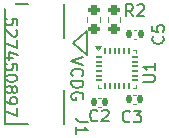
<source format=gbr>
%TF.GenerationSoftware,KiCad,Pcbnew,8.0.6*%
%TF.CreationDate,2024-11-26T02:45:54-05:00*%
%TF.ProjectId,final_imu_module,66696e61-6c5f-4696-9d75-5f6d6f64756c,rev?*%
%TF.SameCoordinates,Original*%
%TF.FileFunction,Legend,Top*%
%TF.FilePolarity,Positive*%
%FSLAX46Y46*%
G04 Gerber Fmt 4.6, Leading zero omitted, Abs format (unit mm)*
G04 Created by KiCad (PCBNEW 8.0.6) date 2024-11-26 02:45:54*
%MOMM*%
%LPD*%
G01*
G04 APERTURE LIST*
G04 Aperture macros list*
%AMRoundRect*
0 Rectangle with rounded corners*
0 $1 Rounding radius*
0 $2 $3 $4 $5 $6 $7 $8 $9 X,Y pos of 4 corners*
0 Add a 4 corners polygon primitive as box body*
4,1,4,$2,$3,$4,$5,$6,$7,$8,$9,$2,$3,0*
0 Add four circle primitives for the rounded corners*
1,1,$1+$1,$2,$3*
1,1,$1+$1,$4,$5*
1,1,$1+$1,$6,$7*
1,1,$1+$1,$8,$9*
0 Add four rect primitives between the rounded corners*
20,1,$1+$1,$2,$3,$4,$5,0*
20,1,$1+$1,$4,$5,$6,$7,0*
20,1,$1+$1,$6,$7,$8,$9,0*
20,1,$1+$1,$8,$9,$2,$3,0*%
G04 Aperture macros list end*
%ADD10C,0.150000*%
%ADD11C,0.152400*%
%ADD12C,0.120000*%
%ADD13C,0.000000*%
%ADD14C,1.300000*%
%ADD15R,0.800000X0.300000*%
%ADD16R,3.049999X1.300000*%
%ADD17RoundRect,0.140000X0.140000X0.170000X-0.140000X0.170000X-0.140000X-0.170000X0.140000X-0.170000X0*%
%ADD18RoundRect,0.200000X0.275000X-0.200000X0.275000X0.200000X-0.275000X0.200000X-0.275000X-0.200000X0*%
%ADD19RoundRect,0.050000X0.050000X-0.225000X0.050000X0.225000X-0.050000X0.225000X-0.050000X-0.225000X0*%
%ADD20RoundRect,0.050000X-0.225000X-0.050000X0.225000X-0.050000X0.225000X0.050000X-0.225000X0.050000X0*%
G04 APERTURE END LIST*
D10*
X108630180Y-94943922D02*
X107630180Y-95277255D01*
X107630180Y-95277255D02*
X108630180Y-95610588D01*
X107725419Y-96515350D02*
X107677800Y-96467731D01*
X107677800Y-96467731D02*
X107630180Y-96324874D01*
X107630180Y-96324874D02*
X107630180Y-96229636D01*
X107630180Y-96229636D02*
X107677800Y-96086779D01*
X107677800Y-96086779D02*
X107773038Y-95991541D01*
X107773038Y-95991541D02*
X107868276Y-95943922D01*
X107868276Y-95943922D02*
X108058752Y-95896303D01*
X108058752Y-95896303D02*
X108201609Y-95896303D01*
X108201609Y-95896303D02*
X108392085Y-95943922D01*
X108392085Y-95943922D02*
X108487323Y-95991541D01*
X108487323Y-95991541D02*
X108582561Y-96086779D01*
X108582561Y-96086779D02*
X108630180Y-96229636D01*
X108630180Y-96229636D02*
X108630180Y-96324874D01*
X108630180Y-96324874D02*
X108582561Y-96467731D01*
X108582561Y-96467731D02*
X108534942Y-96515350D01*
X107630180Y-96943922D02*
X108630180Y-96943922D01*
X108630180Y-96943922D02*
X108630180Y-97182017D01*
X108630180Y-97182017D02*
X108582561Y-97324874D01*
X108582561Y-97324874D02*
X108487323Y-97420112D01*
X108487323Y-97420112D02*
X108392085Y-97467731D01*
X108392085Y-97467731D02*
X108201609Y-97515350D01*
X108201609Y-97515350D02*
X108058752Y-97515350D01*
X108058752Y-97515350D02*
X107868276Y-97467731D01*
X107868276Y-97467731D02*
X107773038Y-97420112D01*
X107773038Y-97420112D02*
X107677800Y-97324874D01*
X107677800Y-97324874D02*
X107630180Y-97182017D01*
X107630180Y-97182017D02*
X107630180Y-96943922D01*
X108582561Y-98467731D02*
X108630180Y-98372493D01*
X108630180Y-98372493D02*
X108630180Y-98229636D01*
X108630180Y-98229636D02*
X108582561Y-98086779D01*
X108582561Y-98086779D02*
X108487323Y-97991541D01*
X108487323Y-97991541D02*
X108392085Y-97943922D01*
X108392085Y-97943922D02*
X108201609Y-97896303D01*
X108201609Y-97896303D02*
X108058752Y-97896303D01*
X108058752Y-97896303D02*
X107868276Y-97943922D01*
X107868276Y-97943922D02*
X107773038Y-97991541D01*
X107773038Y-97991541D02*
X107677800Y-98086779D01*
X107677800Y-98086779D02*
X107630180Y-98229636D01*
X107630180Y-98229636D02*
X107630180Y-98324874D01*
X107630180Y-98324874D02*
X107677800Y-98467731D01*
X107677800Y-98467731D02*
X107725419Y-98515350D01*
X107725419Y-98515350D02*
X108058752Y-98515350D01*
X108058752Y-98515350D02*
X108058752Y-98324874D01*
X109045180Y-100416666D02*
X108330895Y-100416666D01*
X108330895Y-100416666D02*
X108188038Y-100369047D01*
X108188038Y-100369047D02*
X108092800Y-100273809D01*
X108092800Y-100273809D02*
X108045180Y-100130952D01*
X108045180Y-100130952D02*
X108045180Y-100035714D01*
X108045180Y-101416666D02*
X108045180Y-100845238D01*
X108045180Y-101130952D02*
X109045180Y-101130952D01*
X109045180Y-101130952D02*
X108902323Y-101035714D01*
X108902323Y-101035714D02*
X108807085Y-100940476D01*
X108807085Y-100940476D02*
X108759466Y-100845238D01*
X103045180Y-92178571D02*
X103045180Y-91702381D01*
X103045180Y-91702381D02*
X102568990Y-91654762D01*
X102568990Y-91654762D02*
X102616609Y-91702381D01*
X102616609Y-91702381D02*
X102664228Y-91797619D01*
X102664228Y-91797619D02*
X102664228Y-92035714D01*
X102664228Y-92035714D02*
X102616609Y-92130952D01*
X102616609Y-92130952D02*
X102568990Y-92178571D01*
X102568990Y-92178571D02*
X102473752Y-92226190D01*
X102473752Y-92226190D02*
X102235657Y-92226190D01*
X102235657Y-92226190D02*
X102140419Y-92178571D01*
X102140419Y-92178571D02*
X102092800Y-92130952D01*
X102092800Y-92130952D02*
X102045180Y-92035714D01*
X102045180Y-92035714D02*
X102045180Y-91797619D01*
X102045180Y-91797619D02*
X102092800Y-91702381D01*
X102092800Y-91702381D02*
X102140419Y-91654762D01*
X102949942Y-92607143D02*
X102997561Y-92654762D01*
X102997561Y-92654762D02*
X103045180Y-92750000D01*
X103045180Y-92750000D02*
X103045180Y-92988095D01*
X103045180Y-92988095D02*
X102997561Y-93083333D01*
X102997561Y-93083333D02*
X102949942Y-93130952D01*
X102949942Y-93130952D02*
X102854704Y-93178571D01*
X102854704Y-93178571D02*
X102759466Y-93178571D01*
X102759466Y-93178571D02*
X102616609Y-93130952D01*
X102616609Y-93130952D02*
X102045180Y-92559524D01*
X102045180Y-92559524D02*
X102045180Y-93178571D01*
X103045180Y-93511905D02*
X103045180Y-94178571D01*
X103045180Y-94178571D02*
X102045180Y-93750000D01*
X102711847Y-94988095D02*
X102045180Y-94988095D01*
X103092800Y-94750000D02*
X102378514Y-94511905D01*
X102378514Y-94511905D02*
X102378514Y-95130952D01*
X103045180Y-95988095D02*
X103045180Y-95511905D01*
X103045180Y-95511905D02*
X102568990Y-95464286D01*
X102568990Y-95464286D02*
X102616609Y-95511905D01*
X102616609Y-95511905D02*
X102664228Y-95607143D01*
X102664228Y-95607143D02*
X102664228Y-95845238D01*
X102664228Y-95845238D02*
X102616609Y-95940476D01*
X102616609Y-95940476D02*
X102568990Y-95988095D01*
X102568990Y-95988095D02*
X102473752Y-96035714D01*
X102473752Y-96035714D02*
X102235657Y-96035714D01*
X102235657Y-96035714D02*
X102140419Y-95988095D01*
X102140419Y-95988095D02*
X102092800Y-95940476D01*
X102092800Y-95940476D02*
X102045180Y-95845238D01*
X102045180Y-95845238D02*
X102045180Y-95607143D01*
X102045180Y-95607143D02*
X102092800Y-95511905D01*
X102092800Y-95511905D02*
X102140419Y-95464286D01*
X103045180Y-96654762D02*
X103045180Y-96750000D01*
X103045180Y-96750000D02*
X102997561Y-96845238D01*
X102997561Y-96845238D02*
X102949942Y-96892857D01*
X102949942Y-96892857D02*
X102854704Y-96940476D01*
X102854704Y-96940476D02*
X102664228Y-96988095D01*
X102664228Y-96988095D02*
X102426133Y-96988095D01*
X102426133Y-96988095D02*
X102235657Y-96940476D01*
X102235657Y-96940476D02*
X102140419Y-96892857D01*
X102140419Y-96892857D02*
X102092800Y-96845238D01*
X102092800Y-96845238D02*
X102045180Y-96750000D01*
X102045180Y-96750000D02*
X102045180Y-96654762D01*
X102045180Y-96654762D02*
X102092800Y-96559524D01*
X102092800Y-96559524D02*
X102140419Y-96511905D01*
X102140419Y-96511905D02*
X102235657Y-96464286D01*
X102235657Y-96464286D02*
X102426133Y-96416667D01*
X102426133Y-96416667D02*
X102664228Y-96416667D01*
X102664228Y-96416667D02*
X102854704Y-96464286D01*
X102854704Y-96464286D02*
X102949942Y-96511905D01*
X102949942Y-96511905D02*
X102997561Y-96559524D01*
X102997561Y-96559524D02*
X103045180Y-96654762D01*
X102616609Y-97559524D02*
X102664228Y-97464286D01*
X102664228Y-97464286D02*
X102711847Y-97416667D01*
X102711847Y-97416667D02*
X102807085Y-97369048D01*
X102807085Y-97369048D02*
X102854704Y-97369048D01*
X102854704Y-97369048D02*
X102949942Y-97416667D01*
X102949942Y-97416667D02*
X102997561Y-97464286D01*
X102997561Y-97464286D02*
X103045180Y-97559524D01*
X103045180Y-97559524D02*
X103045180Y-97750000D01*
X103045180Y-97750000D02*
X102997561Y-97845238D01*
X102997561Y-97845238D02*
X102949942Y-97892857D01*
X102949942Y-97892857D02*
X102854704Y-97940476D01*
X102854704Y-97940476D02*
X102807085Y-97940476D01*
X102807085Y-97940476D02*
X102711847Y-97892857D01*
X102711847Y-97892857D02*
X102664228Y-97845238D01*
X102664228Y-97845238D02*
X102616609Y-97750000D01*
X102616609Y-97750000D02*
X102616609Y-97559524D01*
X102616609Y-97559524D02*
X102568990Y-97464286D01*
X102568990Y-97464286D02*
X102521371Y-97416667D01*
X102521371Y-97416667D02*
X102426133Y-97369048D01*
X102426133Y-97369048D02*
X102235657Y-97369048D01*
X102235657Y-97369048D02*
X102140419Y-97416667D01*
X102140419Y-97416667D02*
X102092800Y-97464286D01*
X102092800Y-97464286D02*
X102045180Y-97559524D01*
X102045180Y-97559524D02*
X102045180Y-97750000D01*
X102045180Y-97750000D02*
X102092800Y-97845238D01*
X102092800Y-97845238D02*
X102140419Y-97892857D01*
X102140419Y-97892857D02*
X102235657Y-97940476D01*
X102235657Y-97940476D02*
X102426133Y-97940476D01*
X102426133Y-97940476D02*
X102521371Y-97892857D01*
X102521371Y-97892857D02*
X102568990Y-97845238D01*
X102568990Y-97845238D02*
X102616609Y-97750000D01*
X102045180Y-98416667D02*
X102045180Y-98607143D01*
X102045180Y-98607143D02*
X102092800Y-98702381D01*
X102092800Y-98702381D02*
X102140419Y-98750000D01*
X102140419Y-98750000D02*
X102283276Y-98845238D01*
X102283276Y-98845238D02*
X102473752Y-98892857D01*
X102473752Y-98892857D02*
X102854704Y-98892857D01*
X102854704Y-98892857D02*
X102949942Y-98845238D01*
X102949942Y-98845238D02*
X102997561Y-98797619D01*
X102997561Y-98797619D02*
X103045180Y-98702381D01*
X103045180Y-98702381D02*
X103045180Y-98511905D01*
X103045180Y-98511905D02*
X102997561Y-98416667D01*
X102997561Y-98416667D02*
X102949942Y-98369048D01*
X102949942Y-98369048D02*
X102854704Y-98321429D01*
X102854704Y-98321429D02*
X102616609Y-98321429D01*
X102616609Y-98321429D02*
X102521371Y-98369048D01*
X102521371Y-98369048D02*
X102473752Y-98416667D01*
X102473752Y-98416667D02*
X102426133Y-98511905D01*
X102426133Y-98511905D02*
X102426133Y-98702381D01*
X102426133Y-98702381D02*
X102473752Y-98797619D01*
X102473752Y-98797619D02*
X102521371Y-98845238D01*
X102521371Y-98845238D02*
X102616609Y-98892857D01*
X103045180Y-99226191D02*
X103045180Y-99892857D01*
X103045180Y-99892857D02*
X102045180Y-99464286D01*
X109833333Y-100269580D02*
X109785714Y-100317200D01*
X109785714Y-100317200D02*
X109642857Y-100364819D01*
X109642857Y-100364819D02*
X109547619Y-100364819D01*
X109547619Y-100364819D02*
X109404762Y-100317200D01*
X109404762Y-100317200D02*
X109309524Y-100221961D01*
X109309524Y-100221961D02*
X109261905Y-100126723D01*
X109261905Y-100126723D02*
X109214286Y-99936247D01*
X109214286Y-99936247D02*
X109214286Y-99793390D01*
X109214286Y-99793390D02*
X109261905Y-99602914D01*
X109261905Y-99602914D02*
X109309524Y-99507676D01*
X109309524Y-99507676D02*
X109404762Y-99412438D01*
X109404762Y-99412438D02*
X109547619Y-99364819D01*
X109547619Y-99364819D02*
X109642857Y-99364819D01*
X109642857Y-99364819D02*
X109785714Y-99412438D01*
X109785714Y-99412438D02*
X109833333Y-99460057D01*
X110214286Y-99460057D02*
X110261905Y-99412438D01*
X110261905Y-99412438D02*
X110357143Y-99364819D01*
X110357143Y-99364819D02*
X110595238Y-99364819D01*
X110595238Y-99364819D02*
X110690476Y-99412438D01*
X110690476Y-99412438D02*
X110738095Y-99460057D01*
X110738095Y-99460057D02*
X110785714Y-99555295D01*
X110785714Y-99555295D02*
X110785714Y-99650533D01*
X110785714Y-99650533D02*
X110738095Y-99793390D01*
X110738095Y-99793390D02*
X110166667Y-100364819D01*
X110166667Y-100364819D02*
X110785714Y-100364819D01*
X115359580Y-93166666D02*
X115407200Y-93214285D01*
X115407200Y-93214285D02*
X115454819Y-93357142D01*
X115454819Y-93357142D02*
X115454819Y-93452380D01*
X115454819Y-93452380D02*
X115407200Y-93595237D01*
X115407200Y-93595237D02*
X115311961Y-93690475D01*
X115311961Y-93690475D02*
X115216723Y-93738094D01*
X115216723Y-93738094D02*
X115026247Y-93785713D01*
X115026247Y-93785713D02*
X114883390Y-93785713D01*
X114883390Y-93785713D02*
X114692914Y-93738094D01*
X114692914Y-93738094D02*
X114597676Y-93690475D01*
X114597676Y-93690475D02*
X114502438Y-93595237D01*
X114502438Y-93595237D02*
X114454819Y-93452380D01*
X114454819Y-93452380D02*
X114454819Y-93357142D01*
X114454819Y-93357142D02*
X114502438Y-93214285D01*
X114502438Y-93214285D02*
X114550057Y-93166666D01*
X114454819Y-92261904D02*
X114454819Y-92738094D01*
X114454819Y-92738094D02*
X114931009Y-92785713D01*
X114931009Y-92785713D02*
X114883390Y-92738094D01*
X114883390Y-92738094D02*
X114835771Y-92642856D01*
X114835771Y-92642856D02*
X114835771Y-92404761D01*
X114835771Y-92404761D02*
X114883390Y-92309523D01*
X114883390Y-92309523D02*
X114931009Y-92261904D01*
X114931009Y-92261904D02*
X115026247Y-92214285D01*
X115026247Y-92214285D02*
X115264342Y-92214285D01*
X115264342Y-92214285D02*
X115359580Y-92261904D01*
X115359580Y-92261904D02*
X115407200Y-92309523D01*
X115407200Y-92309523D02*
X115454819Y-92404761D01*
X115454819Y-92404761D02*
X115454819Y-92642856D01*
X115454819Y-92642856D02*
X115407200Y-92738094D01*
X115407200Y-92738094D02*
X115359580Y-92785713D01*
X112583333Y-100359580D02*
X112535714Y-100407200D01*
X112535714Y-100407200D02*
X112392857Y-100454819D01*
X112392857Y-100454819D02*
X112297619Y-100454819D01*
X112297619Y-100454819D02*
X112154762Y-100407200D01*
X112154762Y-100407200D02*
X112059524Y-100311961D01*
X112059524Y-100311961D02*
X112011905Y-100216723D01*
X112011905Y-100216723D02*
X111964286Y-100026247D01*
X111964286Y-100026247D02*
X111964286Y-99883390D01*
X111964286Y-99883390D02*
X112011905Y-99692914D01*
X112011905Y-99692914D02*
X112059524Y-99597676D01*
X112059524Y-99597676D02*
X112154762Y-99502438D01*
X112154762Y-99502438D02*
X112297619Y-99454819D01*
X112297619Y-99454819D02*
X112392857Y-99454819D01*
X112392857Y-99454819D02*
X112535714Y-99502438D01*
X112535714Y-99502438D02*
X112583333Y-99550057D01*
X112916667Y-99454819D02*
X113535714Y-99454819D01*
X113535714Y-99454819D02*
X113202381Y-99835771D01*
X113202381Y-99835771D02*
X113345238Y-99835771D01*
X113345238Y-99835771D02*
X113440476Y-99883390D01*
X113440476Y-99883390D02*
X113488095Y-99931009D01*
X113488095Y-99931009D02*
X113535714Y-100026247D01*
X113535714Y-100026247D02*
X113535714Y-100264342D01*
X113535714Y-100264342D02*
X113488095Y-100359580D01*
X113488095Y-100359580D02*
X113440476Y-100407200D01*
X113440476Y-100407200D02*
X113345238Y-100454819D01*
X113345238Y-100454819D02*
X113059524Y-100454819D01*
X113059524Y-100454819D02*
X112964286Y-100407200D01*
X112964286Y-100407200D02*
X112916667Y-100359580D01*
X112833333Y-91454819D02*
X112500000Y-90978628D01*
X112261905Y-91454819D02*
X112261905Y-90454819D01*
X112261905Y-90454819D02*
X112642857Y-90454819D01*
X112642857Y-90454819D02*
X112738095Y-90502438D01*
X112738095Y-90502438D02*
X112785714Y-90550057D01*
X112785714Y-90550057D02*
X112833333Y-90645295D01*
X112833333Y-90645295D02*
X112833333Y-90788152D01*
X112833333Y-90788152D02*
X112785714Y-90883390D01*
X112785714Y-90883390D02*
X112738095Y-90931009D01*
X112738095Y-90931009D02*
X112642857Y-90978628D01*
X112642857Y-90978628D02*
X112261905Y-90978628D01*
X113214286Y-90550057D02*
X113261905Y-90502438D01*
X113261905Y-90502438D02*
X113357143Y-90454819D01*
X113357143Y-90454819D02*
X113595238Y-90454819D01*
X113595238Y-90454819D02*
X113690476Y-90502438D01*
X113690476Y-90502438D02*
X113738095Y-90550057D01*
X113738095Y-90550057D02*
X113785714Y-90645295D01*
X113785714Y-90645295D02*
X113785714Y-90740533D01*
X113785714Y-90740533D02*
X113738095Y-90883390D01*
X113738095Y-90883390D02*
X113166667Y-91454819D01*
X113166667Y-91454819D02*
X113785714Y-91454819D01*
X113704819Y-97011904D02*
X114514342Y-97011904D01*
X114514342Y-97011904D02*
X114609580Y-96964285D01*
X114609580Y-96964285D02*
X114657200Y-96916666D01*
X114657200Y-96916666D02*
X114704819Y-96821428D01*
X114704819Y-96821428D02*
X114704819Y-96630952D01*
X114704819Y-96630952D02*
X114657200Y-96535714D01*
X114657200Y-96535714D02*
X114609580Y-96488095D01*
X114609580Y-96488095D02*
X114514342Y-96440476D01*
X114514342Y-96440476D02*
X113704819Y-96440476D01*
X114704819Y-95440476D02*
X114704819Y-96011904D01*
X114704819Y-95726190D02*
X113704819Y-95726190D01*
X113704819Y-95726190D02*
X113847676Y-95821428D01*
X113847676Y-95821428D02*
X113942914Y-95916666D01*
X113942914Y-95916666D02*
X113990533Y-96011904D01*
D11*
%TO.C,J1*%
X108932000Y-92736010D02*
X108932000Y-94768010D01*
X108932000Y-94768010D02*
X107738200Y-93752010D01*
X108932000Y-92736010D02*
X107738200Y-93752010D01*
X103982500Y-90450010D02*
X102000000Y-90450010D01*
X102000000Y-90450010D02*
X102000000Y-100549990D01*
X102000000Y-100549990D02*
X103982500Y-100549990D01*
X107000000Y-100549990D02*
X107000000Y-97717504D01*
X107000000Y-93282504D02*
X107000000Y-90450010D01*
D12*
%TO.C,C2*%
X110107836Y-99110000D02*
X109892164Y-99110000D01*
X110107836Y-98390000D02*
X109892164Y-98390000D01*
%TO.C,C5*%
X113127836Y-93360000D02*
X112912164Y-93360000D01*
X113127836Y-92640000D02*
X112912164Y-92640000D01*
%TO.C,C3*%
X113087836Y-98860000D02*
X112872164Y-98860000D01*
X113087836Y-98140000D02*
X112872164Y-98140000D01*
%TO.C,R2*%
X111772500Y-91987258D02*
X111772500Y-91512742D01*
X110727500Y-91987258D02*
X110727500Y-91512742D01*
%TO.C,R1*%
X110022500Y-91987258D02*
X110022500Y-91512742D01*
X108977500Y-91987258D02*
X108977500Y-91512742D01*
%TO.C,U1*%
X109900000Y-94300000D02*
X109660000Y-93970000D01*
X110140000Y-93970000D01*
X109900000Y-94300000D01*
G36*
X109900000Y-94300000D02*
G01*
X109660000Y-93970000D01*
X110140000Y-93970000D01*
X109900000Y-94300000D01*
G37*
X113100000Y-97500000D02*
X113100000Y-97250000D01*
X113100000Y-97500000D02*
X112850000Y-97500000D01*
X113100000Y-94300000D02*
X113100000Y-94550000D01*
X113100000Y-94300000D02*
X112850000Y-94300000D01*
X109900000Y-97500000D02*
X110150000Y-97500000D01*
X109900000Y-97500000D02*
X109900000Y-97250000D01*
%TD*%
%LPC*%
D13*
%TO.C,J1*%
G36*
X106500000Y-91200000D02*
G01*
X104300000Y-91200000D01*
X104300000Y-90100000D01*
X106500000Y-90100000D01*
X106500000Y-91200000D01*
G37*
G36*
X106500000Y-100900000D02*
G01*
X104300000Y-100900000D01*
X104300000Y-99800000D01*
X106500000Y-99800000D01*
X106500000Y-100900000D01*
G37*
%TD*%
D14*
%TO.C,REF\u002A\u002A*%
X114750000Y-90250000D03*
%TD*%
%TO.C,REF\u002A\u002A*%
X102250000Y-90250000D03*
%TD*%
D15*
%TO.C,J1*%
X106900000Y-93750004D03*
X106900000Y-94250003D03*
X106900000Y-94750004D03*
X106900000Y-95250003D03*
X106900000Y-95750005D03*
X106900000Y-96250004D03*
X106900000Y-96750003D03*
X106900000Y-97250004D03*
D16*
X104975000Y-91850003D03*
X104975000Y-99149997D03*
%TD*%
D14*
%TO.C,REF\u002A\u002A*%
X114500000Y-100750000D03*
%TD*%
D17*
%TO.C,C2*%
X109520000Y-98750000D03*
X110480000Y-98750000D03*
%TD*%
%TO.C,C5*%
X112540000Y-93000000D03*
X113500000Y-93000000D03*
%TD*%
%TO.C,C3*%
X112500000Y-98500000D03*
X113460000Y-98500000D03*
%TD*%
D18*
%TO.C,R2*%
X111250000Y-90925000D03*
X111250000Y-92575000D03*
%TD*%
%TO.C,R1*%
X109500000Y-90925000D03*
X109500000Y-92575000D03*
%TD*%
D19*
%TO.C,U1*%
X110500000Y-94400000D03*
X110900000Y-94400000D03*
X111300000Y-94400000D03*
X111700000Y-94400000D03*
X112100000Y-94400000D03*
X112500000Y-94400000D03*
D20*
X113000000Y-94900000D03*
X113000000Y-95300000D03*
X113000000Y-95700000D03*
X113000000Y-96100000D03*
X113000000Y-96500000D03*
X113000000Y-96900000D03*
D19*
X112500000Y-97400000D03*
X112100000Y-97400000D03*
X111700000Y-97400000D03*
X111300000Y-97400000D03*
X110900000Y-97400000D03*
X110500000Y-97400000D03*
D20*
X110000000Y-96900000D03*
X110000000Y-96500000D03*
X110000000Y-96100000D03*
X110000000Y-95700000D03*
X110000000Y-95300000D03*
X110000000Y-94900000D03*
%TD*%
%LPD*%
M02*

</source>
